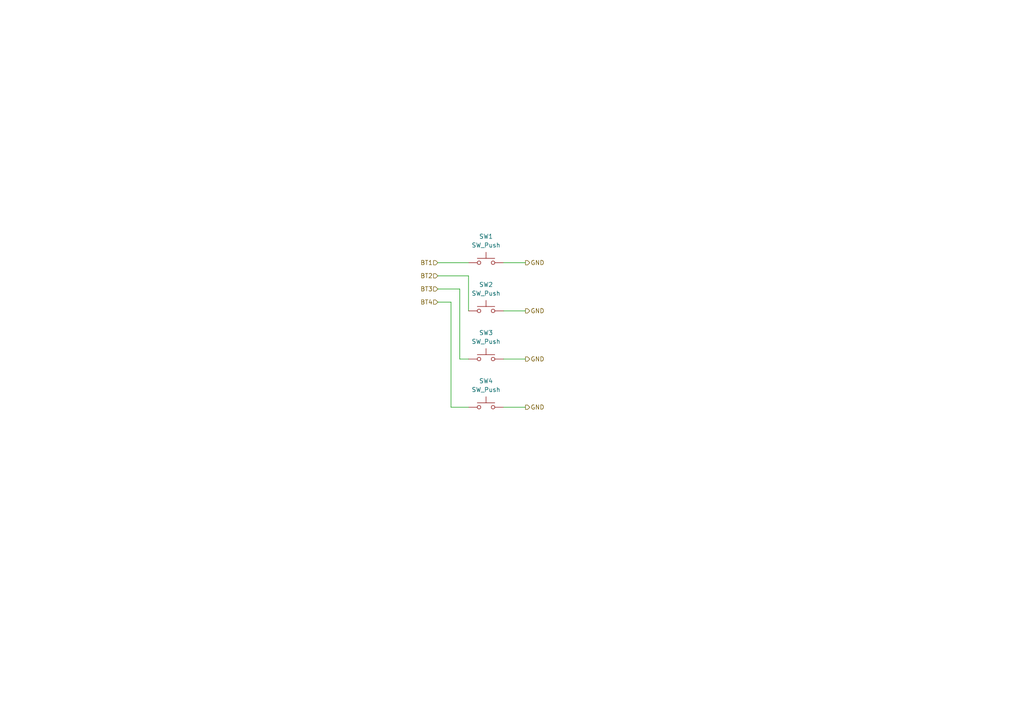
<source format=kicad_sch>
(kicad_sch (version 20231120) (generator "eeschema") (generator_version "8.0")
  (paper "A4")
  (title_block (title "Controller's Button") (date "2024-08-30") (rev "v1") (comment 1 "Author : Francis O. Houle"))
  (lib_symbols
    (symbol "Switch:SW_Push" (pin_numbers hide) (pin_names (offset 1.016) hide)
      (property "Reference" "SW" (at 1.27 2.54 0))
      (property "Value" "SW_Push" (at 0 -1.524 0))
      (symbol "SW_Push_0_1"
        (circle (center -2.032 0) (radius 0.508))
        (polyline (pts (xy 0 1.27) (xy 0 3.048)))
        (polyline (pts (xy 2.54 1.27) (xy -2.54 1.27)))
        (circle (center 2.032 0) (radius 0.508))
        (pin passive line (at -5.08 0 0) (length 2.54) (name "1") (number "1"))
        (pin passive line (at 5.08 0 180) (length 2.54) (name "2") (number "2"))
      )
    )
  )
  (wire (pts (xy 135.89 80.01) (xy 127 80.01)))
  (wire (pts (xy 135.89 118.11) (xy 130.81 118.11)))
  (wire (pts (xy 135.89 90.17) (xy 135.89 80.01)))
  (wire (pts (xy 152.4 90.17) (xy 146.05 90.17)))
  (wire (pts (xy 152.4 118.11) (xy 146.05 118.11)))
  (wire (pts (xy 127 83.82) (xy 133.35 83.82)))
  (wire (pts (xy 130.81 87.63) (xy 127 87.63)))
  (wire (pts (xy 127 76.2) (xy 135.89 76.2)))
  (wire (pts (xy 133.35 104.14) (xy 135.89 104.14)))
  (wire (pts (xy 133.35 83.82) (xy 133.35 104.14)))
  (wire (pts (xy 130.81 118.11) (xy 130.81 87.63)))
  (wire (pts (xy 146.05 76.2) (xy 152.4 76.2)))
  (wire (pts (xy 146.05 104.14) (xy 152.4 104.14)))
  (hierarchical_label "BT3" (shape input) (at 127 83.82 180))
  (hierarchical_label "GND" (shape output) (at 152.4 90.17 0))
  (hierarchical_label "GND" (shape output) (at 152.4 76.2 0))
  (hierarchical_label "BT2" (shape input) (at 127 80.01 180))
  (hierarchical_label "GND" (shape output) (at 152.4 104.14 0))
  (hierarchical_label "BT4" (shape input) (at 127 87.63 180))
  (hierarchical_label "GND" (shape output) (at 152.4 118.11 0))
  (hierarchical_label "BT1" (shape input) (at 127 76.2 180))
  (symbol (lib_id "Switch:SW_Push") (at 140.97 118.11 0) (unit 1)
    (property "Reference" "SW4" (at 140.97 110.49 0))
    (property "Value" "SW_Push" (at 140.97 113.03 0))
    (property "Footprint" "Kailh_Keyswitches:Kailh_socket_PG1350_optional" (effects (hide yes)))
    (property "Description" "Push button switch, generic, two pins" (effects (hide yes)))
    (property "Sim.Device" "SW" (effects (hide yes)))
    (property "Sim.Type" "V" (effects (hide yes)))
    (property "Sim.Pins" "1=ctrl+ 2=ctrl-" (effects (hide yes)))
  )
  (symbol (lib_id "Switch:SW_Push") (at 140.97 90.17 0) (unit 1)
    (property "Reference" "SW2" (at 140.97 82.55 0))
    (property "Value" "SW_Push" (at 140.97 85.09 0))
    (property "Footprint" "Kailh_Keyswitches:Kailh_socket_PG1350_optional" (effects (hide yes)))
    (property "Description" "Push button switch, generic, two pins" (effects (hide yes)))
    (property "Sim.Device" "SW" (effects (hide yes)))
    (property "Sim.Type" "V" (effects (hide yes)))
    (property "Sim.Pins" "1=ctrl+ 2=ctrl-" (effects (hide yes)))
  )
  (symbol (lib_id "Switch:SW_Push") (at 140.97 76.2 0) (unit 1)
    (property "Reference" "SW1" (at 140.97 68.58 0))
    (property "Value" "SW_Push" (at 140.97 71.12 0))
    (property "Footprint" "Kailh_Keyswitches:Kailh_socket_PG1350_optional" (effects (hide yes)))
    (property "Description" "Push button switch, generic, two pins" (effects (hide yes)))
  )
  (symbol (lib_id "Switch:SW_Push") (at 140.97 104.14 0) (unit 1)
    (property "Reference" "SW3" (at 140.97 96.52 0))
    (property "Value" "SW_Push" (at 140.97 99.06 0))
    (property "Footprint" "Kailh_Keyswitches:Kailh_socket_PG1350_optional" (effects (hide yes)))
    (property "Description" "Push button switch, generic, two pins" (effects (hide yes)))
    (property "Sim.Device" "SW" (effects (hide yes)))
    (property "Sim.Type" "V" (effects (hide yes)))
    (property "Sim.Pins" "1=ctrl+ 2=ctrl-" (effects (hide yes)))
  )
)
</source>
